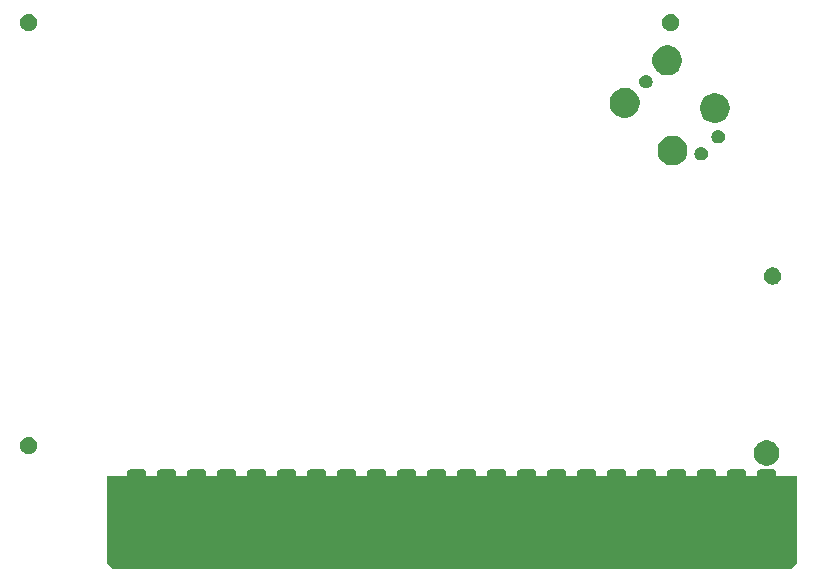
<source format=gbs>
G04 #@! TF.GenerationSoftware,KiCad,Pcbnew,(5.1.5-0-10_14)*
G04 #@! TF.CreationDate,2021-04-30T04:14:58-04:00*
G04 #@! TF.ProjectId,RAM2GS,52414d32-4753-42e6-9b69-6361645f7063,2.0*
G04 #@! TF.SameCoordinates,Original*
G04 #@! TF.FileFunction,Soldermask,Bot*
G04 #@! TF.FilePolarity,Negative*
%FSLAX46Y46*%
G04 Gerber Fmt 4.6, Leading zero omitted, Abs format (unit mm)*
G04 Created by KiCad (PCBNEW (5.1.5-0-10_14)) date 2021-04-30 04:14:58*
%MOMM*%
%LPD*%
G04 APERTURE LIST*
%ADD10C,0.100000*%
G04 APERTURE END LIST*
D10*
G36*
X113538000Y-139446000D02*
G01*
X113030000Y-139954000D01*
X55626000Y-139954000D01*
X55118000Y-139446000D01*
X55118000Y-132080000D01*
X113538000Y-132080000D01*
X113538000Y-139446000D01*
G37*
G36*
X111518220Y-131544798D02*
G01*
X111591993Y-131567176D01*
X111659982Y-131603518D01*
X111719575Y-131652425D01*
X111768482Y-131712018D01*
X111804824Y-131780007D01*
X111827202Y-131853780D01*
X111835000Y-131932954D01*
X111835000Y-138631046D01*
X111827202Y-138710220D01*
X111804824Y-138783993D01*
X111768482Y-138851982D01*
X111719575Y-138911575D01*
X111659982Y-138960482D01*
X111591993Y-138996824D01*
X111518220Y-139019202D01*
X111439046Y-139027000D01*
X110556954Y-139027000D01*
X110477780Y-139019202D01*
X110404007Y-138996824D01*
X110336018Y-138960482D01*
X110276425Y-138911575D01*
X110227518Y-138851982D01*
X110191176Y-138783993D01*
X110168798Y-138710220D01*
X110161000Y-138631046D01*
X110161000Y-131932954D01*
X110168798Y-131853780D01*
X110191176Y-131780007D01*
X110227518Y-131712018D01*
X110276425Y-131652425D01*
X110336018Y-131603518D01*
X110404007Y-131567176D01*
X110477780Y-131544798D01*
X110556954Y-131537000D01*
X111439046Y-131537000D01*
X111518220Y-131544798D01*
G37*
G36*
X108978220Y-131544798D02*
G01*
X109051993Y-131567176D01*
X109119982Y-131603518D01*
X109179575Y-131652425D01*
X109228482Y-131712018D01*
X109264824Y-131780007D01*
X109287202Y-131853780D01*
X109295000Y-131932954D01*
X109295000Y-138631046D01*
X109287202Y-138710220D01*
X109264824Y-138783993D01*
X109228482Y-138851982D01*
X109179575Y-138911575D01*
X109119982Y-138960482D01*
X109051993Y-138996824D01*
X108978220Y-139019202D01*
X108899046Y-139027000D01*
X108016954Y-139027000D01*
X107937780Y-139019202D01*
X107864007Y-138996824D01*
X107796018Y-138960482D01*
X107736425Y-138911575D01*
X107687518Y-138851982D01*
X107651176Y-138783993D01*
X107628798Y-138710220D01*
X107621000Y-138631046D01*
X107621000Y-131932954D01*
X107628798Y-131853780D01*
X107651176Y-131780007D01*
X107687518Y-131712018D01*
X107736425Y-131652425D01*
X107796018Y-131603518D01*
X107864007Y-131567176D01*
X107937780Y-131544798D01*
X108016954Y-131537000D01*
X108899046Y-131537000D01*
X108978220Y-131544798D01*
G37*
G36*
X106438220Y-131544798D02*
G01*
X106511993Y-131567176D01*
X106579982Y-131603518D01*
X106639575Y-131652425D01*
X106688482Y-131712018D01*
X106724824Y-131780007D01*
X106747202Y-131853780D01*
X106755000Y-131932954D01*
X106755000Y-138631046D01*
X106747202Y-138710220D01*
X106724824Y-138783993D01*
X106688482Y-138851982D01*
X106639575Y-138911575D01*
X106579982Y-138960482D01*
X106511993Y-138996824D01*
X106438220Y-139019202D01*
X106359046Y-139027000D01*
X105476954Y-139027000D01*
X105397780Y-139019202D01*
X105324007Y-138996824D01*
X105256018Y-138960482D01*
X105196425Y-138911575D01*
X105147518Y-138851982D01*
X105111176Y-138783993D01*
X105088798Y-138710220D01*
X105081000Y-138631046D01*
X105081000Y-131932954D01*
X105088798Y-131853780D01*
X105111176Y-131780007D01*
X105147518Y-131712018D01*
X105196425Y-131652425D01*
X105256018Y-131603518D01*
X105324007Y-131567176D01*
X105397780Y-131544798D01*
X105476954Y-131537000D01*
X106359046Y-131537000D01*
X106438220Y-131544798D01*
G37*
G36*
X103898220Y-131544798D02*
G01*
X103971993Y-131567176D01*
X104039982Y-131603518D01*
X104099575Y-131652425D01*
X104148482Y-131712018D01*
X104184824Y-131780007D01*
X104207202Y-131853780D01*
X104215000Y-131932954D01*
X104215000Y-138631046D01*
X104207202Y-138710220D01*
X104184824Y-138783993D01*
X104148482Y-138851982D01*
X104099575Y-138911575D01*
X104039982Y-138960482D01*
X103971993Y-138996824D01*
X103898220Y-139019202D01*
X103819046Y-139027000D01*
X102936954Y-139027000D01*
X102857780Y-139019202D01*
X102784007Y-138996824D01*
X102716018Y-138960482D01*
X102656425Y-138911575D01*
X102607518Y-138851982D01*
X102571176Y-138783993D01*
X102548798Y-138710220D01*
X102541000Y-138631046D01*
X102541000Y-131932954D01*
X102548798Y-131853780D01*
X102571176Y-131780007D01*
X102607518Y-131712018D01*
X102656425Y-131652425D01*
X102716018Y-131603518D01*
X102784007Y-131567176D01*
X102857780Y-131544798D01*
X102936954Y-131537000D01*
X103819046Y-131537000D01*
X103898220Y-131544798D01*
G37*
G36*
X101358220Y-131544798D02*
G01*
X101431993Y-131567176D01*
X101499982Y-131603518D01*
X101559575Y-131652425D01*
X101608482Y-131712018D01*
X101644824Y-131780007D01*
X101667202Y-131853780D01*
X101675000Y-131932954D01*
X101675000Y-138631046D01*
X101667202Y-138710220D01*
X101644824Y-138783993D01*
X101608482Y-138851982D01*
X101559575Y-138911575D01*
X101499982Y-138960482D01*
X101431993Y-138996824D01*
X101358220Y-139019202D01*
X101279046Y-139027000D01*
X100396954Y-139027000D01*
X100317780Y-139019202D01*
X100244007Y-138996824D01*
X100176018Y-138960482D01*
X100116425Y-138911575D01*
X100067518Y-138851982D01*
X100031176Y-138783993D01*
X100008798Y-138710220D01*
X100001000Y-138631046D01*
X100001000Y-131932954D01*
X100008798Y-131853780D01*
X100031176Y-131780007D01*
X100067518Y-131712018D01*
X100116425Y-131652425D01*
X100176018Y-131603518D01*
X100244007Y-131567176D01*
X100317780Y-131544798D01*
X100396954Y-131537000D01*
X101279046Y-131537000D01*
X101358220Y-131544798D01*
G37*
G36*
X98818220Y-131544798D02*
G01*
X98891993Y-131567176D01*
X98959982Y-131603518D01*
X99019575Y-131652425D01*
X99068482Y-131712018D01*
X99104824Y-131780007D01*
X99127202Y-131853780D01*
X99135000Y-131932954D01*
X99135000Y-138631046D01*
X99127202Y-138710220D01*
X99104824Y-138783993D01*
X99068482Y-138851982D01*
X99019575Y-138911575D01*
X98959982Y-138960482D01*
X98891993Y-138996824D01*
X98818220Y-139019202D01*
X98739046Y-139027000D01*
X97856954Y-139027000D01*
X97777780Y-139019202D01*
X97704007Y-138996824D01*
X97636018Y-138960482D01*
X97576425Y-138911575D01*
X97527518Y-138851982D01*
X97491176Y-138783993D01*
X97468798Y-138710220D01*
X97461000Y-138631046D01*
X97461000Y-131932954D01*
X97468798Y-131853780D01*
X97491176Y-131780007D01*
X97527518Y-131712018D01*
X97576425Y-131652425D01*
X97636018Y-131603518D01*
X97704007Y-131567176D01*
X97777780Y-131544798D01*
X97856954Y-131537000D01*
X98739046Y-131537000D01*
X98818220Y-131544798D01*
G37*
G36*
X96278220Y-131544798D02*
G01*
X96351993Y-131567176D01*
X96419982Y-131603518D01*
X96479575Y-131652425D01*
X96528482Y-131712018D01*
X96564824Y-131780007D01*
X96587202Y-131853780D01*
X96595000Y-131932954D01*
X96595000Y-138631046D01*
X96587202Y-138710220D01*
X96564824Y-138783993D01*
X96528482Y-138851982D01*
X96479575Y-138911575D01*
X96419982Y-138960482D01*
X96351993Y-138996824D01*
X96278220Y-139019202D01*
X96199046Y-139027000D01*
X95316954Y-139027000D01*
X95237780Y-139019202D01*
X95164007Y-138996824D01*
X95096018Y-138960482D01*
X95036425Y-138911575D01*
X94987518Y-138851982D01*
X94951176Y-138783993D01*
X94928798Y-138710220D01*
X94921000Y-138631046D01*
X94921000Y-131932954D01*
X94928798Y-131853780D01*
X94951176Y-131780007D01*
X94987518Y-131712018D01*
X95036425Y-131652425D01*
X95096018Y-131603518D01*
X95164007Y-131567176D01*
X95237780Y-131544798D01*
X95316954Y-131537000D01*
X96199046Y-131537000D01*
X96278220Y-131544798D01*
G37*
G36*
X93738220Y-131544798D02*
G01*
X93811993Y-131567176D01*
X93879982Y-131603518D01*
X93939575Y-131652425D01*
X93988482Y-131712018D01*
X94024824Y-131780007D01*
X94047202Y-131853780D01*
X94055000Y-131932954D01*
X94055000Y-138631046D01*
X94047202Y-138710220D01*
X94024824Y-138783993D01*
X93988482Y-138851982D01*
X93939575Y-138911575D01*
X93879982Y-138960482D01*
X93811993Y-138996824D01*
X93738220Y-139019202D01*
X93659046Y-139027000D01*
X92776954Y-139027000D01*
X92697780Y-139019202D01*
X92624007Y-138996824D01*
X92556018Y-138960482D01*
X92496425Y-138911575D01*
X92447518Y-138851982D01*
X92411176Y-138783993D01*
X92388798Y-138710220D01*
X92381000Y-138631046D01*
X92381000Y-131932954D01*
X92388798Y-131853780D01*
X92411176Y-131780007D01*
X92447518Y-131712018D01*
X92496425Y-131652425D01*
X92556018Y-131603518D01*
X92624007Y-131567176D01*
X92697780Y-131544798D01*
X92776954Y-131537000D01*
X93659046Y-131537000D01*
X93738220Y-131544798D01*
G37*
G36*
X91198220Y-131544798D02*
G01*
X91271993Y-131567176D01*
X91339982Y-131603518D01*
X91399575Y-131652425D01*
X91448482Y-131712018D01*
X91484824Y-131780007D01*
X91507202Y-131853780D01*
X91515000Y-131932954D01*
X91515000Y-138631046D01*
X91507202Y-138710220D01*
X91484824Y-138783993D01*
X91448482Y-138851982D01*
X91399575Y-138911575D01*
X91339982Y-138960482D01*
X91271993Y-138996824D01*
X91198220Y-139019202D01*
X91119046Y-139027000D01*
X90236954Y-139027000D01*
X90157780Y-139019202D01*
X90084007Y-138996824D01*
X90016018Y-138960482D01*
X89956425Y-138911575D01*
X89907518Y-138851982D01*
X89871176Y-138783993D01*
X89848798Y-138710220D01*
X89841000Y-138631046D01*
X89841000Y-131932954D01*
X89848798Y-131853780D01*
X89871176Y-131780007D01*
X89907518Y-131712018D01*
X89956425Y-131652425D01*
X90016018Y-131603518D01*
X90084007Y-131567176D01*
X90157780Y-131544798D01*
X90236954Y-131537000D01*
X91119046Y-131537000D01*
X91198220Y-131544798D01*
G37*
G36*
X88658220Y-131544798D02*
G01*
X88731993Y-131567176D01*
X88799982Y-131603518D01*
X88859575Y-131652425D01*
X88908482Y-131712018D01*
X88944824Y-131780007D01*
X88967202Y-131853780D01*
X88975000Y-131932954D01*
X88975000Y-138631046D01*
X88967202Y-138710220D01*
X88944824Y-138783993D01*
X88908482Y-138851982D01*
X88859575Y-138911575D01*
X88799982Y-138960482D01*
X88731993Y-138996824D01*
X88658220Y-139019202D01*
X88579046Y-139027000D01*
X87696954Y-139027000D01*
X87617780Y-139019202D01*
X87544007Y-138996824D01*
X87476018Y-138960482D01*
X87416425Y-138911575D01*
X87367518Y-138851982D01*
X87331176Y-138783993D01*
X87308798Y-138710220D01*
X87301000Y-138631046D01*
X87301000Y-131932954D01*
X87308798Y-131853780D01*
X87331176Y-131780007D01*
X87367518Y-131712018D01*
X87416425Y-131652425D01*
X87476018Y-131603518D01*
X87544007Y-131567176D01*
X87617780Y-131544798D01*
X87696954Y-131537000D01*
X88579046Y-131537000D01*
X88658220Y-131544798D01*
G37*
G36*
X86118220Y-131544798D02*
G01*
X86191993Y-131567176D01*
X86259982Y-131603518D01*
X86319575Y-131652425D01*
X86368482Y-131712018D01*
X86404824Y-131780007D01*
X86427202Y-131853780D01*
X86435000Y-131932954D01*
X86435000Y-138631046D01*
X86427202Y-138710220D01*
X86404824Y-138783993D01*
X86368482Y-138851982D01*
X86319575Y-138911575D01*
X86259982Y-138960482D01*
X86191993Y-138996824D01*
X86118220Y-139019202D01*
X86039046Y-139027000D01*
X85156954Y-139027000D01*
X85077780Y-139019202D01*
X85004007Y-138996824D01*
X84936018Y-138960482D01*
X84876425Y-138911575D01*
X84827518Y-138851982D01*
X84791176Y-138783993D01*
X84768798Y-138710220D01*
X84761000Y-138631046D01*
X84761000Y-131932954D01*
X84768798Y-131853780D01*
X84791176Y-131780007D01*
X84827518Y-131712018D01*
X84876425Y-131652425D01*
X84936018Y-131603518D01*
X85004007Y-131567176D01*
X85077780Y-131544798D01*
X85156954Y-131537000D01*
X86039046Y-131537000D01*
X86118220Y-131544798D01*
G37*
G36*
X83578220Y-131544798D02*
G01*
X83651993Y-131567176D01*
X83719982Y-131603518D01*
X83779575Y-131652425D01*
X83828482Y-131712018D01*
X83864824Y-131780007D01*
X83887202Y-131853780D01*
X83895000Y-131932954D01*
X83895000Y-138631046D01*
X83887202Y-138710220D01*
X83864824Y-138783993D01*
X83828482Y-138851982D01*
X83779575Y-138911575D01*
X83719982Y-138960482D01*
X83651993Y-138996824D01*
X83578220Y-139019202D01*
X83499046Y-139027000D01*
X82616954Y-139027000D01*
X82537780Y-139019202D01*
X82464007Y-138996824D01*
X82396018Y-138960482D01*
X82336425Y-138911575D01*
X82287518Y-138851982D01*
X82251176Y-138783993D01*
X82228798Y-138710220D01*
X82221000Y-138631046D01*
X82221000Y-131932954D01*
X82228798Y-131853780D01*
X82251176Y-131780007D01*
X82287518Y-131712018D01*
X82336425Y-131652425D01*
X82396018Y-131603518D01*
X82464007Y-131567176D01*
X82537780Y-131544798D01*
X82616954Y-131537000D01*
X83499046Y-131537000D01*
X83578220Y-131544798D01*
G37*
G36*
X81038220Y-131544798D02*
G01*
X81111993Y-131567176D01*
X81179982Y-131603518D01*
X81239575Y-131652425D01*
X81288482Y-131712018D01*
X81324824Y-131780007D01*
X81347202Y-131853780D01*
X81355000Y-131932954D01*
X81355000Y-138631046D01*
X81347202Y-138710220D01*
X81324824Y-138783993D01*
X81288482Y-138851982D01*
X81239575Y-138911575D01*
X81179982Y-138960482D01*
X81111993Y-138996824D01*
X81038220Y-139019202D01*
X80959046Y-139027000D01*
X80076954Y-139027000D01*
X79997780Y-139019202D01*
X79924007Y-138996824D01*
X79856018Y-138960482D01*
X79796425Y-138911575D01*
X79747518Y-138851982D01*
X79711176Y-138783993D01*
X79688798Y-138710220D01*
X79681000Y-138631046D01*
X79681000Y-131932954D01*
X79688798Y-131853780D01*
X79711176Y-131780007D01*
X79747518Y-131712018D01*
X79796425Y-131652425D01*
X79856018Y-131603518D01*
X79924007Y-131567176D01*
X79997780Y-131544798D01*
X80076954Y-131537000D01*
X80959046Y-131537000D01*
X81038220Y-131544798D01*
G37*
G36*
X78498220Y-131544798D02*
G01*
X78571993Y-131567176D01*
X78639982Y-131603518D01*
X78699575Y-131652425D01*
X78748482Y-131712018D01*
X78784824Y-131780007D01*
X78807202Y-131853780D01*
X78815000Y-131932954D01*
X78815000Y-138631046D01*
X78807202Y-138710220D01*
X78784824Y-138783993D01*
X78748482Y-138851982D01*
X78699575Y-138911575D01*
X78639982Y-138960482D01*
X78571993Y-138996824D01*
X78498220Y-139019202D01*
X78419046Y-139027000D01*
X77536954Y-139027000D01*
X77457780Y-139019202D01*
X77384007Y-138996824D01*
X77316018Y-138960482D01*
X77256425Y-138911575D01*
X77207518Y-138851982D01*
X77171176Y-138783993D01*
X77148798Y-138710220D01*
X77141000Y-138631046D01*
X77141000Y-131932954D01*
X77148798Y-131853780D01*
X77171176Y-131780007D01*
X77207518Y-131712018D01*
X77256425Y-131652425D01*
X77316018Y-131603518D01*
X77384007Y-131567176D01*
X77457780Y-131544798D01*
X77536954Y-131537000D01*
X78419046Y-131537000D01*
X78498220Y-131544798D01*
G37*
G36*
X75958220Y-131544798D02*
G01*
X76031993Y-131567176D01*
X76099982Y-131603518D01*
X76159575Y-131652425D01*
X76208482Y-131712018D01*
X76244824Y-131780007D01*
X76267202Y-131853780D01*
X76275000Y-131932954D01*
X76275000Y-138631046D01*
X76267202Y-138710220D01*
X76244824Y-138783993D01*
X76208482Y-138851982D01*
X76159575Y-138911575D01*
X76099982Y-138960482D01*
X76031993Y-138996824D01*
X75958220Y-139019202D01*
X75879046Y-139027000D01*
X74996954Y-139027000D01*
X74917780Y-139019202D01*
X74844007Y-138996824D01*
X74776018Y-138960482D01*
X74716425Y-138911575D01*
X74667518Y-138851982D01*
X74631176Y-138783993D01*
X74608798Y-138710220D01*
X74601000Y-138631046D01*
X74601000Y-131932954D01*
X74608798Y-131853780D01*
X74631176Y-131780007D01*
X74667518Y-131712018D01*
X74716425Y-131652425D01*
X74776018Y-131603518D01*
X74844007Y-131567176D01*
X74917780Y-131544798D01*
X74996954Y-131537000D01*
X75879046Y-131537000D01*
X75958220Y-131544798D01*
G37*
G36*
X73418220Y-131544798D02*
G01*
X73491993Y-131567176D01*
X73559982Y-131603518D01*
X73619575Y-131652425D01*
X73668482Y-131712018D01*
X73704824Y-131780007D01*
X73727202Y-131853780D01*
X73735000Y-131932954D01*
X73735000Y-138631046D01*
X73727202Y-138710220D01*
X73704824Y-138783993D01*
X73668482Y-138851982D01*
X73619575Y-138911575D01*
X73559982Y-138960482D01*
X73491993Y-138996824D01*
X73418220Y-139019202D01*
X73339046Y-139027000D01*
X72456954Y-139027000D01*
X72377780Y-139019202D01*
X72304007Y-138996824D01*
X72236018Y-138960482D01*
X72176425Y-138911575D01*
X72127518Y-138851982D01*
X72091176Y-138783993D01*
X72068798Y-138710220D01*
X72061000Y-138631046D01*
X72061000Y-131932954D01*
X72068798Y-131853780D01*
X72091176Y-131780007D01*
X72127518Y-131712018D01*
X72176425Y-131652425D01*
X72236018Y-131603518D01*
X72304007Y-131567176D01*
X72377780Y-131544798D01*
X72456954Y-131537000D01*
X73339046Y-131537000D01*
X73418220Y-131544798D01*
G37*
G36*
X70878220Y-131544798D02*
G01*
X70951993Y-131567176D01*
X71019982Y-131603518D01*
X71079575Y-131652425D01*
X71128482Y-131712018D01*
X71164824Y-131780007D01*
X71187202Y-131853780D01*
X71195000Y-131932954D01*
X71195000Y-138631046D01*
X71187202Y-138710220D01*
X71164824Y-138783993D01*
X71128482Y-138851982D01*
X71079575Y-138911575D01*
X71019982Y-138960482D01*
X70951993Y-138996824D01*
X70878220Y-139019202D01*
X70799046Y-139027000D01*
X69916954Y-139027000D01*
X69837780Y-139019202D01*
X69764007Y-138996824D01*
X69696018Y-138960482D01*
X69636425Y-138911575D01*
X69587518Y-138851982D01*
X69551176Y-138783993D01*
X69528798Y-138710220D01*
X69521000Y-138631046D01*
X69521000Y-131932954D01*
X69528798Y-131853780D01*
X69551176Y-131780007D01*
X69587518Y-131712018D01*
X69636425Y-131652425D01*
X69696018Y-131603518D01*
X69764007Y-131567176D01*
X69837780Y-131544798D01*
X69916954Y-131537000D01*
X70799046Y-131537000D01*
X70878220Y-131544798D01*
G37*
G36*
X68338220Y-131544798D02*
G01*
X68411993Y-131567176D01*
X68479982Y-131603518D01*
X68539575Y-131652425D01*
X68588482Y-131712018D01*
X68624824Y-131780007D01*
X68647202Y-131853780D01*
X68655000Y-131932954D01*
X68655000Y-138631046D01*
X68647202Y-138710220D01*
X68624824Y-138783993D01*
X68588482Y-138851982D01*
X68539575Y-138911575D01*
X68479982Y-138960482D01*
X68411993Y-138996824D01*
X68338220Y-139019202D01*
X68259046Y-139027000D01*
X67376954Y-139027000D01*
X67297780Y-139019202D01*
X67224007Y-138996824D01*
X67156018Y-138960482D01*
X67096425Y-138911575D01*
X67047518Y-138851982D01*
X67011176Y-138783993D01*
X66988798Y-138710220D01*
X66981000Y-138631046D01*
X66981000Y-131932954D01*
X66988798Y-131853780D01*
X67011176Y-131780007D01*
X67047518Y-131712018D01*
X67096425Y-131652425D01*
X67156018Y-131603518D01*
X67224007Y-131567176D01*
X67297780Y-131544798D01*
X67376954Y-131537000D01*
X68259046Y-131537000D01*
X68338220Y-131544798D01*
G37*
G36*
X65798220Y-131544798D02*
G01*
X65871993Y-131567176D01*
X65939982Y-131603518D01*
X65999575Y-131652425D01*
X66048482Y-131712018D01*
X66084824Y-131780007D01*
X66107202Y-131853780D01*
X66115000Y-131932954D01*
X66115000Y-138631046D01*
X66107202Y-138710220D01*
X66084824Y-138783993D01*
X66048482Y-138851982D01*
X65999575Y-138911575D01*
X65939982Y-138960482D01*
X65871993Y-138996824D01*
X65798220Y-139019202D01*
X65719046Y-139027000D01*
X64836954Y-139027000D01*
X64757780Y-139019202D01*
X64684007Y-138996824D01*
X64616018Y-138960482D01*
X64556425Y-138911575D01*
X64507518Y-138851982D01*
X64471176Y-138783993D01*
X64448798Y-138710220D01*
X64441000Y-138631046D01*
X64441000Y-131932954D01*
X64448798Y-131853780D01*
X64471176Y-131780007D01*
X64507518Y-131712018D01*
X64556425Y-131652425D01*
X64616018Y-131603518D01*
X64684007Y-131567176D01*
X64757780Y-131544798D01*
X64836954Y-131537000D01*
X65719046Y-131537000D01*
X65798220Y-131544798D01*
G37*
G36*
X63258220Y-131544798D02*
G01*
X63331993Y-131567176D01*
X63399982Y-131603518D01*
X63459575Y-131652425D01*
X63508482Y-131712018D01*
X63544824Y-131780007D01*
X63567202Y-131853780D01*
X63575000Y-131932954D01*
X63575000Y-138631046D01*
X63567202Y-138710220D01*
X63544824Y-138783993D01*
X63508482Y-138851982D01*
X63459575Y-138911575D01*
X63399982Y-138960482D01*
X63331993Y-138996824D01*
X63258220Y-139019202D01*
X63179046Y-139027000D01*
X62296954Y-139027000D01*
X62217780Y-139019202D01*
X62144007Y-138996824D01*
X62076018Y-138960482D01*
X62016425Y-138911575D01*
X61967518Y-138851982D01*
X61931176Y-138783993D01*
X61908798Y-138710220D01*
X61901000Y-138631046D01*
X61901000Y-131932954D01*
X61908798Y-131853780D01*
X61931176Y-131780007D01*
X61967518Y-131712018D01*
X62016425Y-131652425D01*
X62076018Y-131603518D01*
X62144007Y-131567176D01*
X62217780Y-131544798D01*
X62296954Y-131537000D01*
X63179046Y-131537000D01*
X63258220Y-131544798D01*
G37*
G36*
X60718220Y-131544798D02*
G01*
X60791993Y-131567176D01*
X60859982Y-131603518D01*
X60919575Y-131652425D01*
X60968482Y-131712018D01*
X61004824Y-131780007D01*
X61027202Y-131853780D01*
X61035000Y-131932954D01*
X61035000Y-138631046D01*
X61027202Y-138710220D01*
X61004824Y-138783993D01*
X60968482Y-138851982D01*
X60919575Y-138911575D01*
X60859982Y-138960482D01*
X60791993Y-138996824D01*
X60718220Y-139019202D01*
X60639046Y-139027000D01*
X59756954Y-139027000D01*
X59677780Y-139019202D01*
X59604007Y-138996824D01*
X59536018Y-138960482D01*
X59476425Y-138911575D01*
X59427518Y-138851982D01*
X59391176Y-138783993D01*
X59368798Y-138710220D01*
X59361000Y-138631046D01*
X59361000Y-131932954D01*
X59368798Y-131853780D01*
X59391176Y-131780007D01*
X59427518Y-131712018D01*
X59476425Y-131652425D01*
X59536018Y-131603518D01*
X59604007Y-131567176D01*
X59677780Y-131544798D01*
X59756954Y-131537000D01*
X60639046Y-131537000D01*
X60718220Y-131544798D01*
G37*
G36*
X58178220Y-131544798D02*
G01*
X58251993Y-131567176D01*
X58319982Y-131603518D01*
X58379575Y-131652425D01*
X58428482Y-131712018D01*
X58464824Y-131780007D01*
X58487202Y-131853780D01*
X58495000Y-131932954D01*
X58495000Y-138631046D01*
X58487202Y-138710220D01*
X58464824Y-138783993D01*
X58428482Y-138851982D01*
X58379575Y-138911575D01*
X58319982Y-138960482D01*
X58251993Y-138996824D01*
X58178220Y-139019202D01*
X58099046Y-139027000D01*
X57216954Y-139027000D01*
X57137780Y-139019202D01*
X57064007Y-138996824D01*
X56996018Y-138960482D01*
X56936425Y-138911575D01*
X56887518Y-138851982D01*
X56851176Y-138783993D01*
X56828798Y-138710220D01*
X56821000Y-138631046D01*
X56821000Y-131932954D01*
X56828798Y-131853780D01*
X56851176Y-131780007D01*
X56887518Y-131712018D01*
X56936425Y-131652425D01*
X56996018Y-131603518D01*
X57064007Y-131567176D01*
X57137780Y-131544798D01*
X57216954Y-131537000D01*
X58099046Y-131537000D01*
X58178220Y-131544798D01*
G37*
G36*
X111311564Y-129141311D02*
G01*
X111507202Y-129222347D01*
X111507203Y-129222348D01*
X111683272Y-129339993D01*
X111833007Y-129489728D01*
X111911615Y-129607374D01*
X111950653Y-129665798D01*
X112031689Y-129861436D01*
X112073000Y-130069120D01*
X112073000Y-130280880D01*
X112031689Y-130488564D01*
X111950653Y-130684202D01*
X111950652Y-130684203D01*
X111833007Y-130860272D01*
X111683272Y-131010007D01*
X111565626Y-131088615D01*
X111507202Y-131127653D01*
X111311564Y-131208689D01*
X111103880Y-131250000D01*
X110892120Y-131250000D01*
X110684436Y-131208689D01*
X110488798Y-131127653D01*
X110430374Y-131088615D01*
X110312728Y-131010007D01*
X110162993Y-130860272D01*
X110045348Y-130684203D01*
X110045347Y-130684202D01*
X109964311Y-130488564D01*
X109923000Y-130280880D01*
X109923000Y-130069120D01*
X109964311Y-129861436D01*
X110045347Y-129665798D01*
X110084385Y-129607374D01*
X110162993Y-129489728D01*
X110312728Y-129339993D01*
X110488797Y-129222348D01*
X110488798Y-129222347D01*
X110684436Y-129141311D01*
X110892120Y-129100000D01*
X111103880Y-129100000D01*
X111311564Y-129141311D01*
G37*
G36*
X48725181Y-128843822D02*
G01*
X48725184Y-128843823D01*
X48725183Y-128843823D01*
X48856943Y-128898400D01*
X48916635Y-128938285D01*
X48975522Y-128977632D01*
X49076368Y-129078478D01*
X49155601Y-129197059D01*
X49210178Y-129328819D01*
X49238000Y-129468691D01*
X49238000Y-129611309D01*
X49210178Y-129751181D01*
X49164509Y-129861436D01*
X49155600Y-129882943D01*
X49076367Y-130001523D01*
X48975523Y-130102367D01*
X48856943Y-130181600D01*
X48856942Y-130181601D01*
X48856941Y-130181601D01*
X48725181Y-130236178D01*
X48585309Y-130264000D01*
X48442691Y-130264000D01*
X48302819Y-130236178D01*
X48171059Y-130181601D01*
X48171058Y-130181601D01*
X48171057Y-130181600D01*
X48052477Y-130102367D01*
X47951633Y-130001523D01*
X47872400Y-129882943D01*
X47863491Y-129861436D01*
X47817822Y-129751181D01*
X47790000Y-129611309D01*
X47790000Y-129468691D01*
X47817822Y-129328819D01*
X47872399Y-129197059D01*
X47951632Y-129078478D01*
X48052478Y-128977632D01*
X48111365Y-128938285D01*
X48171057Y-128898400D01*
X48302817Y-128843823D01*
X48302816Y-128843823D01*
X48302819Y-128843822D01*
X48442691Y-128816000D01*
X48585309Y-128816000D01*
X48725181Y-128843822D01*
G37*
G36*
X111717181Y-114492822D02*
G01*
X111717184Y-114492823D01*
X111717183Y-114492823D01*
X111848943Y-114547400D01*
X111908635Y-114587285D01*
X111967522Y-114626632D01*
X112068368Y-114727478D01*
X112147601Y-114846059D01*
X112202178Y-114977819D01*
X112230000Y-115117691D01*
X112230000Y-115260309D01*
X112202178Y-115400181D01*
X112202177Y-115400183D01*
X112147600Y-115531943D01*
X112068367Y-115650523D01*
X111967523Y-115751367D01*
X111848943Y-115830600D01*
X111848942Y-115830601D01*
X111848941Y-115830601D01*
X111717181Y-115885178D01*
X111577309Y-115913000D01*
X111434691Y-115913000D01*
X111294819Y-115885178D01*
X111163059Y-115830601D01*
X111163058Y-115830601D01*
X111163057Y-115830600D01*
X111044477Y-115751367D01*
X110943633Y-115650523D01*
X110864400Y-115531943D01*
X110809823Y-115400183D01*
X110809822Y-115400181D01*
X110782000Y-115260309D01*
X110782000Y-115117691D01*
X110809822Y-114977819D01*
X110864399Y-114846059D01*
X110943632Y-114727478D01*
X111044478Y-114626632D01*
X111103365Y-114587285D01*
X111163057Y-114547400D01*
X111294817Y-114492823D01*
X111294816Y-114492823D01*
X111294819Y-114492822D01*
X111434691Y-114465000D01*
X111577309Y-114465000D01*
X111717181Y-114492822D01*
G37*
G36*
X103393228Y-103344155D02*
G01*
X103622980Y-103439321D01*
X103622981Y-103439322D01*
X103829752Y-103577481D01*
X104005596Y-103753325D01*
X104059258Y-103833637D01*
X104143756Y-103960097D01*
X104238922Y-104189849D01*
X104287437Y-104433748D01*
X104287437Y-104682432D01*
X104238922Y-104926331D01*
X104143756Y-105156083D01*
X104143755Y-105156084D01*
X104005596Y-105362855D01*
X103829752Y-105538699D01*
X103664110Y-105649377D01*
X103622980Y-105676859D01*
X103393228Y-105772025D01*
X103149329Y-105820540D01*
X102900645Y-105820540D01*
X102656746Y-105772025D01*
X102426994Y-105676859D01*
X102385864Y-105649377D01*
X102220222Y-105538699D01*
X102044378Y-105362855D01*
X101906219Y-105156084D01*
X101906218Y-105156083D01*
X101811052Y-104926331D01*
X101762537Y-104682432D01*
X101762537Y-104433748D01*
X101811052Y-104189849D01*
X101906218Y-103960097D01*
X101990716Y-103833637D01*
X102044378Y-103753325D01*
X102220222Y-103577481D01*
X102426993Y-103439322D01*
X102426994Y-103439321D01*
X102656746Y-103344155D01*
X102900645Y-103295640D01*
X103149329Y-103295640D01*
X103393228Y-103344155D01*
G37*
G36*
X105616004Y-104279113D02*
G01*
X105719797Y-104322105D01*
X105789533Y-104368701D01*
X105813201Y-104384516D01*
X105892637Y-104463952D01*
X105892640Y-104463957D01*
X105955048Y-104557356D01*
X105998040Y-104661149D01*
X106019956Y-104771326D01*
X106019956Y-104883668D01*
X105998040Y-104993845D01*
X105955048Y-105097638D01*
X105915996Y-105156083D01*
X105892637Y-105191042D01*
X105813201Y-105270478D01*
X105789533Y-105286293D01*
X105719797Y-105332889D01*
X105616004Y-105375881D01*
X105505827Y-105397797D01*
X105393485Y-105397797D01*
X105283308Y-105375881D01*
X105179515Y-105332889D01*
X105109779Y-105286293D01*
X105086111Y-105270478D01*
X105006675Y-105191042D01*
X104983316Y-105156083D01*
X104944264Y-105097638D01*
X104901272Y-104993845D01*
X104879356Y-104883668D01*
X104879356Y-104771326D01*
X104901272Y-104661149D01*
X104944264Y-104557356D01*
X105006672Y-104463957D01*
X105006675Y-104463952D01*
X105086111Y-104384516D01*
X105109779Y-104368701D01*
X105179515Y-104322105D01*
X105283308Y-104279113D01*
X105393485Y-104257197D01*
X105505827Y-104257197D01*
X105616004Y-104279113D01*
G37*
G36*
X107052845Y-102842272D02*
G01*
X107156638Y-102885264D01*
X107226374Y-102931860D01*
X107250042Y-102947675D01*
X107329478Y-103027111D01*
X107329481Y-103027116D01*
X107391889Y-103120515D01*
X107434881Y-103224308D01*
X107456797Y-103334485D01*
X107456797Y-103446827D01*
X107434881Y-103557004D01*
X107391889Y-103660797D01*
X107345293Y-103730533D01*
X107329478Y-103754201D01*
X107250042Y-103833637D01*
X107226374Y-103849452D01*
X107156638Y-103896048D01*
X107052845Y-103939040D01*
X106942668Y-103960956D01*
X106830326Y-103960956D01*
X106720149Y-103939040D01*
X106616356Y-103896048D01*
X106546620Y-103849452D01*
X106522952Y-103833637D01*
X106443516Y-103754201D01*
X106427701Y-103730533D01*
X106381105Y-103660797D01*
X106338113Y-103557004D01*
X106316197Y-103446827D01*
X106316197Y-103334485D01*
X106338113Y-103224308D01*
X106381105Y-103120515D01*
X106443513Y-103027116D01*
X106443516Y-103027111D01*
X106522952Y-102947675D01*
X106546620Y-102931860D01*
X106616356Y-102885264D01*
X106720149Y-102842272D01*
X106830326Y-102820356D01*
X106942668Y-102820356D01*
X107052845Y-102842272D01*
G37*
G36*
X106985331Y-99752052D02*
G01*
X107215083Y-99847218D01*
X107215084Y-99847219D01*
X107421855Y-99985378D01*
X107597699Y-100161222D01*
X107708377Y-100326864D01*
X107735859Y-100367994D01*
X107831025Y-100597746D01*
X107879540Y-100841645D01*
X107879540Y-101090329D01*
X107831025Y-101334228D01*
X107735859Y-101563980D01*
X107735858Y-101563981D01*
X107597699Y-101770752D01*
X107421855Y-101946596D01*
X107256213Y-102057274D01*
X107215083Y-102084756D01*
X106985331Y-102179922D01*
X106741432Y-102228437D01*
X106492748Y-102228437D01*
X106248849Y-102179922D01*
X106019097Y-102084756D01*
X105977967Y-102057274D01*
X105812325Y-101946596D01*
X105636481Y-101770752D01*
X105498322Y-101563981D01*
X105498321Y-101563980D01*
X105403155Y-101334228D01*
X105354640Y-101090329D01*
X105354640Y-100841645D01*
X105403155Y-100597746D01*
X105498321Y-100367994D01*
X105525803Y-100326864D01*
X105636481Y-100161222D01*
X105812325Y-99985378D01*
X106019096Y-99847219D01*
X106019097Y-99847218D01*
X106248849Y-99752052D01*
X106492748Y-99703537D01*
X106741432Y-99703537D01*
X106985331Y-99752052D01*
G37*
G36*
X99352113Y-99303039D02*
G01*
X99581865Y-99398205D01*
X99581866Y-99398206D01*
X99788637Y-99536365D01*
X99964481Y-99712209D01*
X100054690Y-99847218D01*
X100102641Y-99918981D01*
X100197807Y-100148733D01*
X100246322Y-100392632D01*
X100246322Y-100641316D01*
X100197807Y-100885215D01*
X100102641Y-101114967D01*
X100102640Y-101114968D01*
X99964481Y-101321739D01*
X99788637Y-101497583D01*
X99622995Y-101608261D01*
X99581865Y-101635743D01*
X99352113Y-101730909D01*
X99108214Y-101779424D01*
X98859530Y-101779424D01*
X98615631Y-101730909D01*
X98385879Y-101635743D01*
X98344749Y-101608261D01*
X98179107Y-101497583D01*
X98003263Y-101321739D01*
X97865104Y-101114968D01*
X97865103Y-101114967D01*
X97769937Y-100885215D01*
X97721422Y-100641316D01*
X97721422Y-100392632D01*
X97769937Y-100148733D01*
X97865103Y-99918981D01*
X97913054Y-99847218D01*
X98003263Y-99712209D01*
X98179107Y-99536365D01*
X98385878Y-99398206D01*
X98385879Y-99398205D01*
X98615631Y-99303039D01*
X98859530Y-99254524D01*
X99108214Y-99254524D01*
X99352113Y-99303039D01*
G37*
G36*
X100946271Y-98172539D02*
G01*
X101050064Y-98215531D01*
X101119800Y-98262127D01*
X101143468Y-98277942D01*
X101222904Y-98357378D01*
X101222907Y-98357383D01*
X101285315Y-98450782D01*
X101328307Y-98554575D01*
X101350223Y-98664752D01*
X101350223Y-98777094D01*
X101328307Y-98887271D01*
X101285315Y-98991064D01*
X101238719Y-99060800D01*
X101222904Y-99084468D01*
X101143468Y-99163904D01*
X101119800Y-99179719D01*
X101050064Y-99226315D01*
X100946271Y-99269307D01*
X100836094Y-99291223D01*
X100723752Y-99291223D01*
X100613575Y-99269307D01*
X100509782Y-99226315D01*
X100440046Y-99179719D01*
X100416378Y-99163904D01*
X100336942Y-99084468D01*
X100321127Y-99060800D01*
X100274531Y-98991064D01*
X100231539Y-98887271D01*
X100209623Y-98777094D01*
X100209623Y-98664752D01*
X100231539Y-98554575D01*
X100274531Y-98450782D01*
X100336939Y-98357383D01*
X100336942Y-98357378D01*
X100416378Y-98277942D01*
X100440046Y-98262127D01*
X100509782Y-98215531D01*
X100613575Y-98172539D01*
X100723752Y-98150623D01*
X100836094Y-98150623D01*
X100946271Y-98172539D01*
G37*
G36*
X102944215Y-95710937D02*
G01*
X103173967Y-95806103D01*
X103173968Y-95806104D01*
X103380739Y-95944263D01*
X103556583Y-96120107D01*
X103667261Y-96285749D01*
X103694743Y-96326879D01*
X103789909Y-96556631D01*
X103838424Y-96800530D01*
X103838424Y-97049214D01*
X103789909Y-97293113D01*
X103694743Y-97522865D01*
X103694742Y-97522866D01*
X103556583Y-97729637D01*
X103380739Y-97905481D01*
X103215097Y-98016159D01*
X103173967Y-98043641D01*
X102944215Y-98138807D01*
X102700316Y-98187322D01*
X102451632Y-98187322D01*
X102207733Y-98138807D01*
X101977981Y-98043641D01*
X101936851Y-98016159D01*
X101771209Y-97905481D01*
X101595365Y-97729637D01*
X101457206Y-97522866D01*
X101457205Y-97522865D01*
X101362039Y-97293113D01*
X101313524Y-97049214D01*
X101313524Y-96800530D01*
X101362039Y-96556631D01*
X101457205Y-96326879D01*
X101484687Y-96285749D01*
X101595365Y-96120107D01*
X101771209Y-95944263D01*
X101977980Y-95806104D01*
X101977981Y-95806103D01*
X102207733Y-95710937D01*
X102451632Y-95662422D01*
X102700316Y-95662422D01*
X102944215Y-95710937D01*
G37*
G36*
X48725181Y-93029822D02*
G01*
X48725184Y-93029823D01*
X48725183Y-93029823D01*
X48856943Y-93084400D01*
X48916635Y-93124285D01*
X48975522Y-93163632D01*
X49076368Y-93264478D01*
X49155601Y-93383059D01*
X49210178Y-93514819D01*
X49238000Y-93654691D01*
X49238000Y-93797309D01*
X49210178Y-93937181D01*
X49210177Y-93937183D01*
X49155600Y-94068943D01*
X49076367Y-94187523D01*
X48975523Y-94288367D01*
X48856943Y-94367600D01*
X48856942Y-94367601D01*
X48856941Y-94367601D01*
X48725181Y-94422178D01*
X48585309Y-94450000D01*
X48442691Y-94450000D01*
X48302819Y-94422178D01*
X48171059Y-94367601D01*
X48171058Y-94367601D01*
X48171057Y-94367600D01*
X48052477Y-94288367D01*
X47951633Y-94187523D01*
X47872400Y-94068943D01*
X47817823Y-93937183D01*
X47817822Y-93937181D01*
X47790000Y-93797309D01*
X47790000Y-93654691D01*
X47817822Y-93514819D01*
X47872399Y-93383059D01*
X47951632Y-93264478D01*
X48052478Y-93163632D01*
X48111365Y-93124285D01*
X48171057Y-93084400D01*
X48302817Y-93029823D01*
X48302816Y-93029823D01*
X48302819Y-93029822D01*
X48442691Y-93002000D01*
X48585309Y-93002000D01*
X48725181Y-93029822D01*
G37*
G36*
X103081181Y-93029822D02*
G01*
X103081184Y-93029823D01*
X103081183Y-93029823D01*
X103212943Y-93084400D01*
X103272635Y-93124285D01*
X103331522Y-93163632D01*
X103432368Y-93264478D01*
X103511601Y-93383059D01*
X103566178Y-93514819D01*
X103594000Y-93654691D01*
X103594000Y-93797309D01*
X103566178Y-93937181D01*
X103566177Y-93937183D01*
X103511600Y-94068943D01*
X103432367Y-94187523D01*
X103331523Y-94288367D01*
X103212943Y-94367600D01*
X103212942Y-94367601D01*
X103212941Y-94367601D01*
X103081181Y-94422178D01*
X102941309Y-94450000D01*
X102798691Y-94450000D01*
X102658819Y-94422178D01*
X102527059Y-94367601D01*
X102527058Y-94367601D01*
X102527057Y-94367600D01*
X102408477Y-94288367D01*
X102307633Y-94187523D01*
X102228400Y-94068943D01*
X102173823Y-93937183D01*
X102173822Y-93937181D01*
X102146000Y-93797309D01*
X102146000Y-93654691D01*
X102173822Y-93514819D01*
X102228399Y-93383059D01*
X102307632Y-93264478D01*
X102408478Y-93163632D01*
X102467365Y-93124285D01*
X102527057Y-93084400D01*
X102658817Y-93029823D01*
X102658816Y-93029823D01*
X102658819Y-93029822D01*
X102798691Y-93002000D01*
X102941309Y-93002000D01*
X103081181Y-93029822D01*
G37*
M02*

</source>
